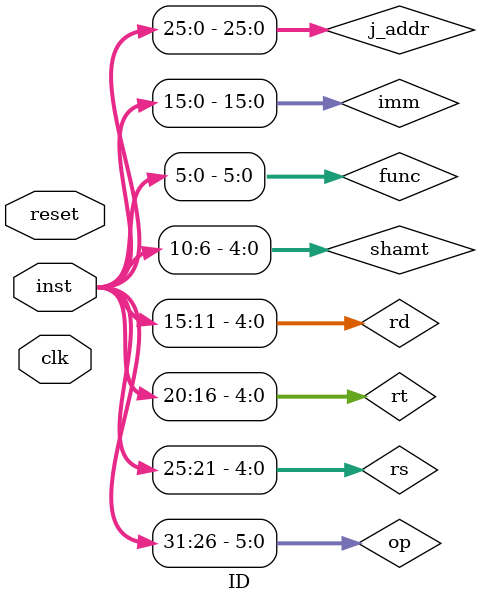
<source format=v>
/*
 * File: e:\NSCSCC\2024175\thinpad_top.srcs\sources_1\GMIPS\ID.v
 * Project: e:\NSCSCC\2024175\thinpad_top.srcs\sources_1\GMIPS
 * Created Date: 2024-07-05 16:16:38
 * Author: Tommy Gong
 * ----------------------------------------------------
 * Last Modified: 2024-07-05 16:35:06
 * Modified By: Tommy Gong
 * ----------------------------------------------------
 */



module ID (
    input wire clk,
    input wire reset,
    
    input wire [31:0] inst
    
);


  wire [5:0] op = inst[31:26];
  wire [4:0] rs = inst[25:21];
  wire [4:0] rt = inst[20:16];
  wire [4:0] rd = inst[15:11];
  wire [4:0] shamt = inst[10:6];
  wire [5:0] func = inst[5:0];


  wire [15:0] imm = inst[15:0];
  
  wire [25:0] j_addr = inst[25:0];

endmodule

</source>
